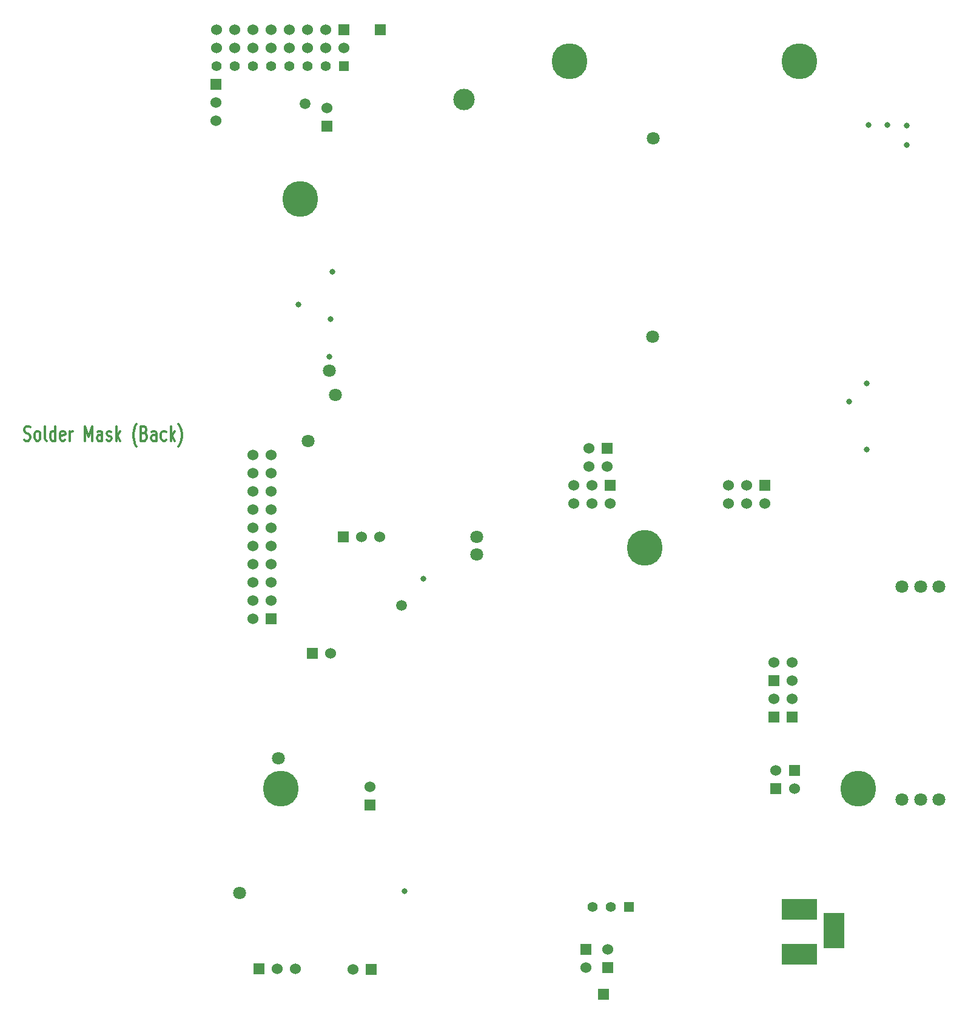
<source format=gbs>
G04 (created by PCBNEW (2013-mar-13)-testing) date Fri 02 Aug 2013 11:02:34 BST*
%MOIN*%
G04 Gerber Fmt 3.4, Leading zero omitted, Abs format*
%FSLAX34Y34*%
G01*
G70*
G90*
G04 APERTURE LIST*
%ADD10C,0.000787*%
%ADD11C,0.012000*%
%ADD12R,0.060000X0.060000*%
%ADD13C,0.060000*%
%ADD14R,0.055000X0.055000*%
%ADD15C,0.055000*%
%ADD16C,0.031600*%
%ADD17R,0.063000X0.063000*%
%ADD18R,0.196900X0.118100*%
%ADD19R,0.118100X0.196900*%
%ADD20C,0.059100*%
%ADD21C,0.070900*%
%ADD22C,0.196900*%
%ADD23C,0.118110*%
G04 APERTURE END LIST*
G54D10*
G54D11*
X5372Y-33797D02*
X5457Y-33835D01*
X5600Y-33835D01*
X5657Y-33797D01*
X5686Y-33759D01*
X5715Y-33683D01*
X5715Y-33607D01*
X5686Y-33531D01*
X5657Y-33493D01*
X5600Y-33454D01*
X5486Y-33416D01*
X5429Y-33378D01*
X5400Y-33340D01*
X5372Y-33264D01*
X5372Y-33188D01*
X5400Y-33112D01*
X5429Y-33074D01*
X5486Y-33035D01*
X5629Y-33035D01*
X5715Y-33074D01*
X6057Y-33835D02*
X6000Y-33797D01*
X5972Y-33759D01*
X5943Y-33683D01*
X5943Y-33454D01*
X5972Y-33378D01*
X6000Y-33340D01*
X6057Y-33302D01*
X6143Y-33302D01*
X6200Y-33340D01*
X6229Y-33378D01*
X6257Y-33454D01*
X6257Y-33683D01*
X6229Y-33759D01*
X6200Y-33797D01*
X6143Y-33835D01*
X6057Y-33835D01*
X6600Y-33835D02*
X6543Y-33797D01*
X6515Y-33721D01*
X6515Y-33035D01*
X7086Y-33835D02*
X7086Y-33035D01*
X7086Y-33797D02*
X7029Y-33835D01*
X6915Y-33835D01*
X6857Y-33797D01*
X6829Y-33759D01*
X6800Y-33683D01*
X6800Y-33454D01*
X6829Y-33378D01*
X6857Y-33340D01*
X6915Y-33302D01*
X7029Y-33302D01*
X7086Y-33340D01*
X7600Y-33797D02*
X7543Y-33835D01*
X7429Y-33835D01*
X7372Y-33797D01*
X7343Y-33721D01*
X7343Y-33416D01*
X7372Y-33340D01*
X7429Y-33302D01*
X7543Y-33302D01*
X7600Y-33340D01*
X7629Y-33416D01*
X7629Y-33493D01*
X7343Y-33569D01*
X7886Y-33835D02*
X7886Y-33302D01*
X7886Y-33454D02*
X7915Y-33378D01*
X7943Y-33340D01*
X8000Y-33302D01*
X8057Y-33302D01*
X8715Y-33835D02*
X8715Y-33035D01*
X8915Y-33607D01*
X9115Y-33035D01*
X9115Y-33835D01*
X9657Y-33835D02*
X9657Y-33416D01*
X9629Y-33340D01*
X9572Y-33302D01*
X9457Y-33302D01*
X9400Y-33340D01*
X9657Y-33797D02*
X9600Y-33835D01*
X9457Y-33835D01*
X9400Y-33797D01*
X9372Y-33721D01*
X9372Y-33645D01*
X9400Y-33569D01*
X9457Y-33531D01*
X9600Y-33531D01*
X9657Y-33493D01*
X9915Y-33797D02*
X9972Y-33835D01*
X10086Y-33835D01*
X10143Y-33797D01*
X10172Y-33721D01*
X10172Y-33683D01*
X10143Y-33607D01*
X10086Y-33569D01*
X10000Y-33569D01*
X9943Y-33531D01*
X9915Y-33454D01*
X9915Y-33416D01*
X9943Y-33340D01*
X10000Y-33302D01*
X10086Y-33302D01*
X10143Y-33340D01*
X10429Y-33835D02*
X10429Y-33035D01*
X10486Y-33531D02*
X10657Y-33835D01*
X10657Y-33302D02*
X10429Y-33607D01*
X11543Y-34140D02*
X11515Y-34102D01*
X11457Y-33988D01*
X11429Y-33912D01*
X11400Y-33797D01*
X11372Y-33607D01*
X11372Y-33454D01*
X11400Y-33264D01*
X11429Y-33150D01*
X11457Y-33074D01*
X11515Y-32959D01*
X11543Y-32921D01*
X11972Y-33416D02*
X12057Y-33454D01*
X12086Y-33493D01*
X12115Y-33569D01*
X12115Y-33683D01*
X12086Y-33759D01*
X12057Y-33797D01*
X12000Y-33835D01*
X11772Y-33835D01*
X11772Y-33035D01*
X11972Y-33035D01*
X12029Y-33074D01*
X12057Y-33112D01*
X12086Y-33188D01*
X12086Y-33264D01*
X12057Y-33340D01*
X12029Y-33378D01*
X11972Y-33416D01*
X11772Y-33416D01*
X12629Y-33835D02*
X12629Y-33416D01*
X12600Y-33340D01*
X12543Y-33302D01*
X12429Y-33302D01*
X12372Y-33340D01*
X12629Y-33797D02*
X12572Y-33835D01*
X12429Y-33835D01*
X12372Y-33797D01*
X12343Y-33721D01*
X12343Y-33645D01*
X12372Y-33569D01*
X12429Y-33531D01*
X12572Y-33531D01*
X12629Y-33493D01*
X13172Y-33797D02*
X13115Y-33835D01*
X13000Y-33835D01*
X12943Y-33797D01*
X12915Y-33759D01*
X12886Y-33683D01*
X12886Y-33454D01*
X12915Y-33378D01*
X12943Y-33340D01*
X13000Y-33302D01*
X13115Y-33302D01*
X13172Y-33340D01*
X13429Y-33835D02*
X13429Y-33035D01*
X13486Y-33531D02*
X13657Y-33835D01*
X13657Y-33302D02*
X13429Y-33607D01*
X13857Y-34140D02*
X13886Y-34102D01*
X13943Y-33988D01*
X13972Y-33912D01*
X14000Y-33797D01*
X14029Y-33607D01*
X14029Y-33454D01*
X14000Y-33264D01*
X13972Y-33150D01*
X13943Y-33074D01*
X13886Y-32959D01*
X13857Y-32921D01*
G54D12*
X22939Y-11242D03*
G54D13*
X22939Y-12242D03*
X21939Y-11242D03*
X21939Y-12242D03*
X20939Y-11242D03*
X20939Y-12242D03*
X19939Y-11242D03*
X19939Y-12242D03*
X18939Y-11242D03*
X18939Y-12242D03*
X17939Y-11242D03*
X17939Y-12242D03*
X16939Y-11242D03*
X16939Y-12242D03*
X15939Y-12242D03*
X15939Y-11242D03*
G54D14*
X22929Y-13248D03*
G54D15*
X21929Y-13248D03*
X20929Y-13248D03*
X19929Y-13248D03*
X18929Y-13248D03*
X17929Y-13248D03*
X16929Y-13248D03*
X15929Y-13248D03*
G54D16*
X20443Y-26348D03*
G54D14*
X38598Y-59459D03*
G54D15*
X37598Y-59459D03*
X36598Y-59459D03*
G54D17*
X24951Y-11250D03*
G54D18*
X47982Y-62041D03*
X47982Y-59581D03*
G54D19*
X49872Y-60762D03*
G54D20*
X20827Y-15315D03*
X26122Y-42894D03*
G54D21*
X30236Y-40069D03*
G54D16*
X22303Y-24567D03*
G54D12*
X18935Y-43630D03*
G54D13*
X17935Y-43630D03*
X18935Y-42630D03*
X17935Y-42630D03*
X18935Y-41630D03*
X17935Y-41630D03*
X18935Y-40630D03*
X17935Y-40630D03*
X18935Y-39630D03*
X17935Y-39630D03*
X18935Y-38630D03*
X17935Y-38630D03*
X18935Y-37630D03*
X17935Y-37630D03*
X18935Y-36630D03*
X17935Y-36630D03*
X18935Y-35630D03*
X17935Y-35630D03*
X18935Y-34630D03*
X17935Y-34630D03*
G54D16*
X26289Y-58593D03*
X27323Y-41427D03*
X53868Y-16516D03*
X53868Y-17579D03*
X52795Y-16496D03*
X51791Y-16496D03*
X22224Y-27136D03*
X51663Y-34311D03*
X51663Y-30679D03*
X50709Y-31673D03*
X22146Y-29203D03*
G54D22*
X19469Y-52953D03*
X51220Y-52953D03*
X39469Y-39715D03*
X20543Y-20567D03*
X47972Y-12992D03*
X35345Y-12992D03*
G54D12*
X46691Y-52966D03*
G54D13*
X46691Y-51966D03*
G54D12*
X18291Y-62854D03*
G54D13*
X19291Y-62854D03*
X20291Y-62854D03*
G54D12*
X22917Y-39134D03*
G54D13*
X23917Y-39134D03*
X24917Y-39134D03*
G54D12*
X21222Y-45522D03*
G54D13*
X22222Y-45522D03*
G54D12*
X21998Y-16563D03*
G54D13*
X21998Y-15563D03*
G54D12*
X46562Y-47008D03*
G54D13*
X46562Y-46008D03*
G54D12*
X46566Y-49008D03*
G54D13*
X46566Y-48008D03*
G54D21*
X30246Y-39104D03*
X22156Y-29990D03*
X22470Y-31329D03*
X39931Y-17205D03*
X39911Y-28110D03*
X20974Y-33858D03*
X17200Y-58700D03*
X19350Y-51289D03*
X54630Y-41854D03*
X55630Y-41850D03*
X53622Y-41850D03*
X53622Y-53543D03*
X54634Y-53543D03*
X55630Y-53543D03*
G54D23*
X29547Y-15089D03*
G54D12*
X36252Y-61783D03*
G54D13*
X36252Y-62783D03*
G54D12*
X24437Y-62874D03*
G54D13*
X23437Y-62874D03*
G54D12*
X37449Y-62783D03*
G54D13*
X37449Y-61783D03*
G54D12*
X24380Y-53846D03*
G54D13*
X24380Y-52846D03*
G54D12*
X37197Y-64244D03*
X47695Y-51966D03*
G54D13*
X47695Y-52966D03*
G54D12*
X47562Y-49007D03*
G54D13*
X47562Y-48007D03*
X47562Y-47007D03*
X47562Y-46007D03*
G54D12*
X15915Y-14236D03*
G54D13*
X15915Y-15236D03*
X15915Y-16236D03*
G54D12*
X37584Y-36301D03*
G54D13*
X37584Y-37301D03*
X36584Y-36301D03*
X36584Y-37301D03*
X35584Y-36301D03*
X35584Y-37301D03*
G54D12*
X46078Y-36301D03*
G54D13*
X46078Y-37301D03*
X45078Y-36301D03*
X45078Y-37301D03*
X44078Y-36301D03*
X44078Y-37301D03*
G54D12*
X37419Y-34263D03*
G54D13*
X37419Y-35263D03*
X36419Y-34263D03*
X36419Y-35263D03*
M02*

</source>
